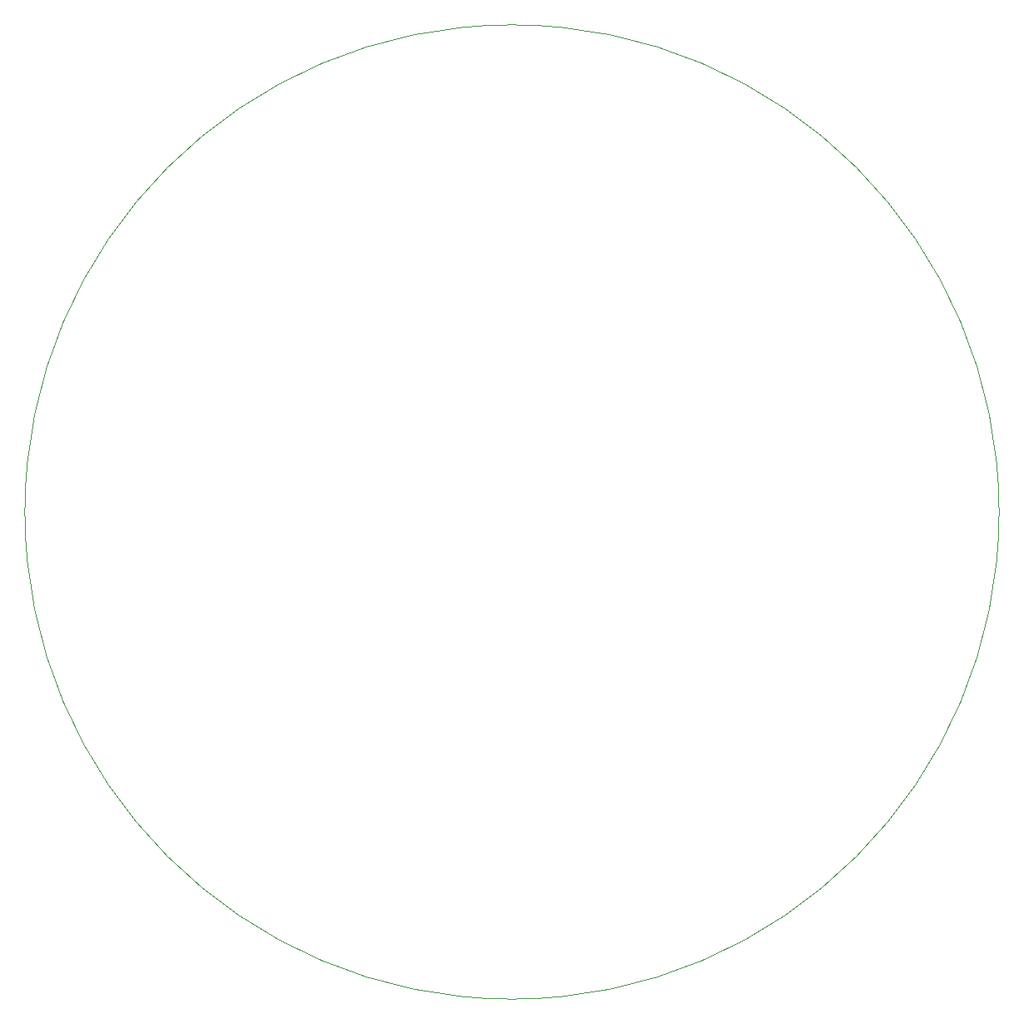
<source format=gm1>
G04 #@! TF.GenerationSoftware,KiCad,Pcbnew,(6.0.10)*
G04 #@! TF.CreationDate,2023-02-04T10:39:24-08:00*
G04 #@! TF.ProjectId,unified_elec_steering,756e6966-6965-4645-9f65-6c65635f7374,rev?*
G04 #@! TF.SameCoordinates,Original*
G04 #@! TF.FileFunction,Profile,NP*
%FSLAX46Y46*%
G04 Gerber Fmt 4.6, Leading zero omitted, Abs format (unit mm)*
G04 Created by KiCad (PCBNEW (6.0.10)) date 2023-02-04 10:39:24*
%MOMM*%
%LPD*%
G01*
G04 APERTURE LIST*
G04 #@! TA.AperFunction,Profile*
%ADD10C,0.100000*%
G04 #@! TD*
G04 APERTURE END LIST*
D10*
X49500000Y0D02*
G75*
G03*
X49500000Y0I-49500000J0D01*
G01*
M02*

</source>
